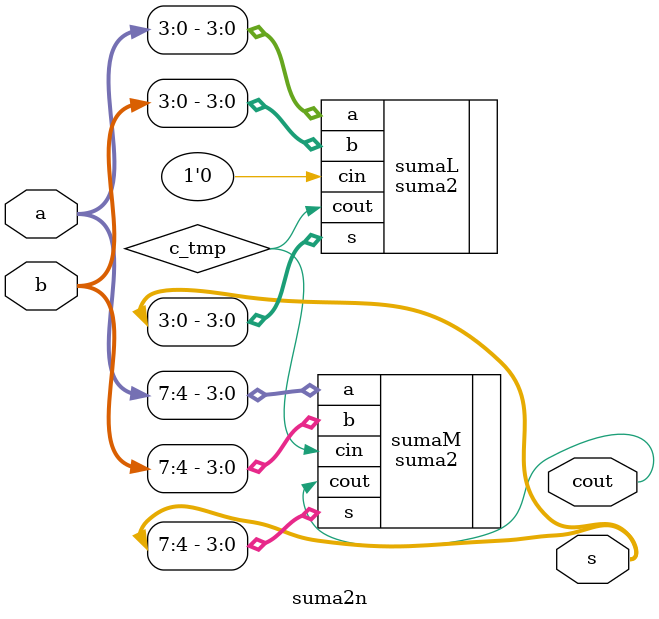
<source format=v>
module suma2n
    #(
        parameter n=8
    )
    (
        input [n-1:0] a,b,
        // input cin,
        output [n-1:0] s,
        output cout
    );

    suma2 #(.n(n/2)) sumaM (.a(a[n-1:n/2]), .b(b[n-1:n/2]), .cin(c_tmp), .s(s[n-1:n/2]), .cout(cout));
    suma2 #(.n(n/2)) sumaL (.a(a[n/2-1:0]), .b(b[n/2-1:0]), .cin(1'b0), .s(s[n/2-1:0]), .cout(c_tmp));

endmodule


</source>
